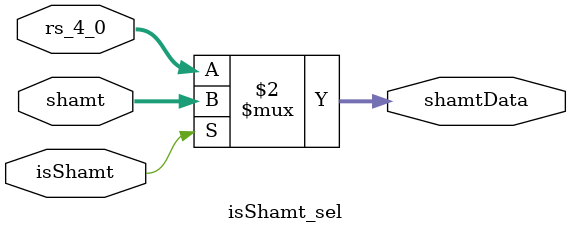
<source format=v>
`timescale 1ns / 1ps
module regDst_sel (
    input      [4:0] rt,
    input      [4:0] rd,
    input      [1:0] regDst,
    output reg [4:0] A3
);
  always @(*) begin
    case (regDst)
      2'b00: begin
        A3 = rt;
      end
      2'b01: begin
        A3 = rd;
      end
      2'b10: begin
        A3 = 5'd31;
      end
      default: begin
        A3 = A3;
      end
    endcase
  end
endmodule

module aluSrc_sel (
    input  [31:0] RD2,
    input  [31:0] dataOut,
    input         aluSrc,
    output [31:0] B
);
  assign B = (aluSrc) ? dataOut : RD2;
endmodule

module memToR_sel (
    input      [31:0] aluRes,
    input      [31:0] dmData,
    input      [31:0] W_pcPlus8,
    input      [31:0] W_hiloData,
    input      [31:0] W_CP0Out,
    input      [ 2:0] memToR,
    output reg [31:0] WD
);
  always @(*) begin
    case (memToR)
      3'b000: begin
        WD = aluRes;
      end
      3'b001: begin
        WD = dmData;
      end
      3'b010: begin
        WD = W_pcPlus8;
      end
      3'b011: begin
        WD = W_hiloData;
      end
      3'b100: begin
        WD = W_CP0Out;
      end
      default: begin
        WD = 0;
      end
    endcase
  end
endmodule

module isShamt_sel (
    input  [4:0] shamt,
    input  [4:0] rs_4_0,
    input        isShamt,
    output [4:0] shamtData
);
  assign shamtData = (isShamt == 1) ? shamt : rs_4_0;

endmodule

</source>
